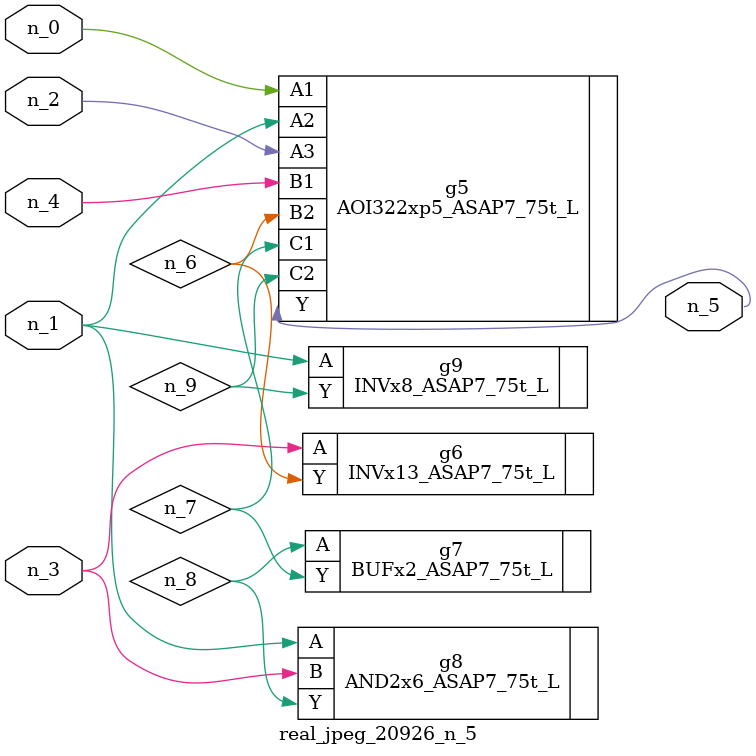
<source format=v>
module real_jpeg_20926_n_5 (n_4, n_0, n_1, n_2, n_3, n_5);

input n_4;
input n_0;
input n_1;
input n_2;
input n_3;

output n_5;

wire n_8;
wire n_6;
wire n_7;
wire n_9;

AOI322xp5_ASAP7_75t_L g5 ( 
.A1(n_0),
.A2(n_1),
.A3(n_2),
.B1(n_4),
.B2(n_6),
.C1(n_7),
.C2(n_9),
.Y(n_5)
);

AND2x6_ASAP7_75t_L g8 ( 
.A(n_1),
.B(n_3),
.Y(n_8)
);

INVx8_ASAP7_75t_L g9 ( 
.A(n_1),
.Y(n_9)
);

INVx13_ASAP7_75t_L g6 ( 
.A(n_3),
.Y(n_6)
);

BUFx2_ASAP7_75t_L g7 ( 
.A(n_8),
.Y(n_7)
);


endmodule
</source>
